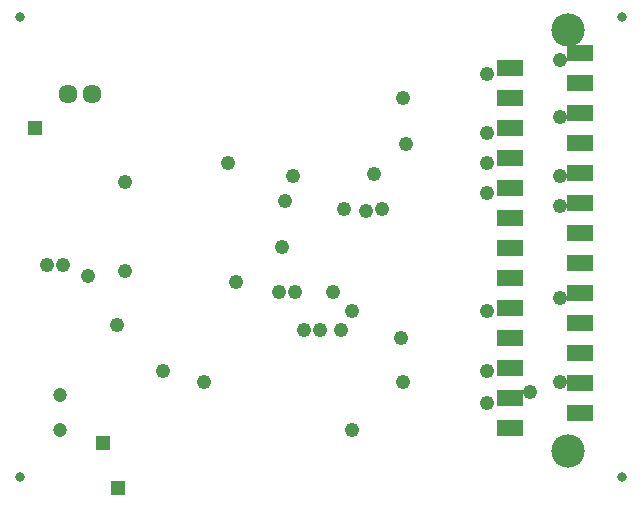
<source format=gbs>
G75*
%MOIN*%
%OFA0B0*%
%FSLAX25Y25*%
%IPPOS*%
%LPD*%
%AMOC8*
5,1,8,0,0,1.08239X$1,22.5*
%
%ADD10C,0.03162*%
%ADD11R,0.08700X0.05500*%
%ADD12C,0.11150*%
%ADD13C,0.06343*%
%ADD14C,0.04737*%
%ADD15R,0.04762X0.04762*%
%ADD16C,0.04800*%
D10*
X0011000Y0014543D03*
X0011000Y0168087D03*
X0211787Y0168087D03*
X0211787Y0014543D03*
D11*
X0197811Y0036000D03*
X0197811Y0046000D03*
X0197811Y0056000D03*
X0197811Y0066000D03*
X0197811Y0076000D03*
X0197811Y0086000D03*
X0197811Y0096000D03*
X0197811Y0106000D03*
X0197811Y0116000D03*
X0197811Y0126000D03*
X0197811Y0136000D03*
X0197811Y0146000D03*
X0197811Y0156000D03*
X0174211Y0151000D03*
X0174211Y0141000D03*
X0174211Y0131000D03*
X0174211Y0121000D03*
X0174211Y0111000D03*
X0174211Y0101000D03*
X0174211Y0091000D03*
X0174211Y0081000D03*
X0174211Y0071000D03*
X0174211Y0061000D03*
X0174211Y0051000D03*
X0174211Y0041000D03*
X0174211Y0031000D03*
D12*
X0193511Y0023400D03*
X0193511Y0163600D03*
D13*
X0035016Y0142122D03*
X0027142Y0142122D03*
D14*
X0024189Y0041906D03*
X0024189Y0030094D03*
D15*
X0038500Y0026000D03*
X0043500Y0011000D03*
X0016000Y0131000D03*
D16*
X0046100Y0113000D03*
X0025400Y0085100D03*
X0020000Y0085100D03*
X0033500Y0081500D03*
X0046100Y0083300D03*
X0043400Y0065300D03*
X0058700Y0050000D03*
X0072200Y0046400D03*
X0105500Y0063500D03*
X0110900Y0063500D03*
X0118100Y0063500D03*
X0121700Y0069800D03*
X0115400Y0076100D03*
X0102800Y0076100D03*
X0097400Y0076100D03*
X0083000Y0079700D03*
X0098300Y0091400D03*
X0099200Y0106700D03*
X0101900Y0114800D03*
X0119000Y0104000D03*
X0126200Y0103100D03*
X0131600Y0104000D03*
X0128900Y0115700D03*
X0139700Y0125600D03*
X0138800Y0140900D03*
X0166700Y0149000D03*
X0166700Y0129200D03*
X0166700Y0119300D03*
X0166700Y0109400D03*
X0191000Y0104900D03*
X0191000Y0114800D03*
X0191000Y0134600D03*
X0191000Y0153500D03*
X0191000Y0074300D03*
X0166700Y0069800D03*
X0166700Y0050000D03*
X0166700Y0039200D03*
X0181100Y0042800D03*
X0191000Y0046400D03*
X0138800Y0046400D03*
X0137900Y0060800D03*
X0121700Y0030200D03*
X0080300Y0119300D03*
M02*

</source>
